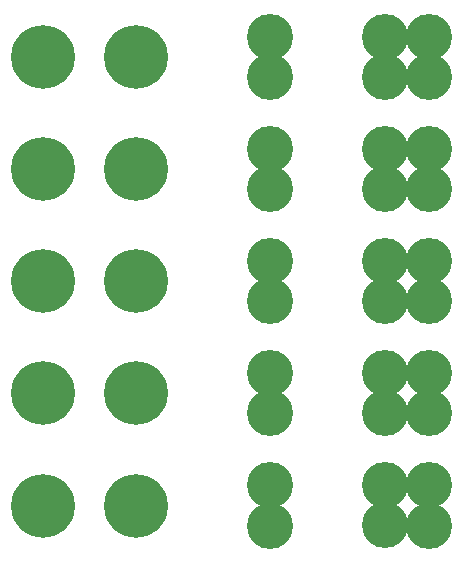
<source format=gts>
G04 #@! TF.FileFunction,Soldermask,Top*
%FSLAX46Y46*%
G04 Gerber Fmt 4.6, Leading zero omitted, Abs format (unit mm)*
G04 Created by KiCad (PCBNEW 4.0.4+e1-6308~48~ubuntu16.04.1-stable) date Wed Oct 19 23:12:47 2016*
%MOMM*%
%LPD*%
G01*
G04 APERTURE LIST*
%ADD10C,0.100000*%
%ADD11C,5.400000*%
%ADD12C,3.900000*%
G04 APERTURE END LIST*
D10*
D11*
X153950000Y-74250000D03*
X146050000Y-74250000D03*
X153950000Y-83750000D03*
X146050000Y-83750000D03*
X153950000Y-93250000D03*
X146050000Y-93250000D03*
X153950000Y-102750000D03*
X146050000Y-102750000D03*
X153950000Y-112250000D03*
X146050000Y-112250000D03*
D12*
X174990000Y-75940000D03*
X174990000Y-72550000D03*
X178750000Y-75950000D03*
X178750000Y-72550000D03*
X165250000Y-75950000D03*
X165250000Y-72550000D03*
X174990000Y-85440000D03*
X174990000Y-82050000D03*
X178750000Y-85450000D03*
X178750000Y-82050000D03*
X165250000Y-85450000D03*
X165250000Y-82050000D03*
X174990000Y-94940000D03*
X174990000Y-91550000D03*
X178750000Y-94950000D03*
X178750000Y-91550000D03*
X165250000Y-94950000D03*
X165250000Y-91550000D03*
X174990000Y-104440000D03*
X174990000Y-101050000D03*
X178750000Y-104450000D03*
X178750000Y-101050000D03*
X165250000Y-104450000D03*
X165250000Y-101050000D03*
X174990000Y-113940000D03*
X174990000Y-110550000D03*
X178750000Y-113950000D03*
X178750000Y-110550000D03*
X165250000Y-113950000D03*
X165250000Y-110550000D03*
M02*

</source>
